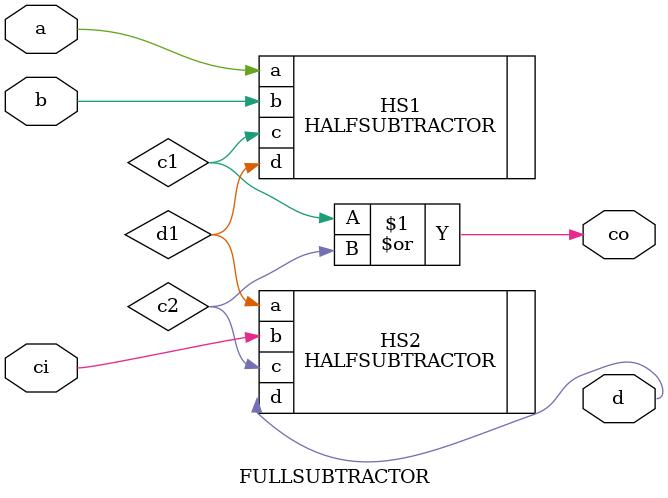
<source format=v>
`timescale 1ns / 1ps
module FULLSUBTRACTOR(
    input a,
    input b,
    input ci,
    output d,
    output co
    );
    wire d1,c1,c2;
    HALFSUBTRACTOR HS1(
        .a(a),
        .b(b),
        .d(d1),
        .c(c1)
    );
    HALFSUBTRACTOR HS2(
        .a(d1),
        .b(ci),
        .d(d),
        .c(c2)
    );
    assign co=c1|c2;
endmodule

</source>
